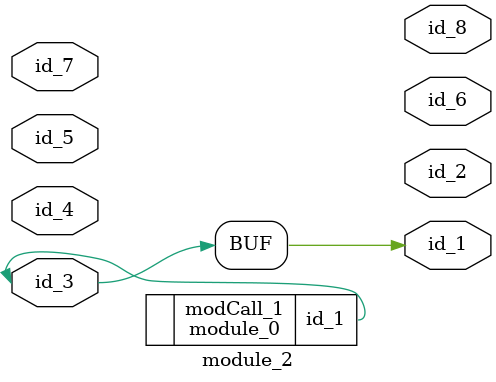
<source format=v>
module module_0 (
    id_1
);
  output wire id_1;
  wire id_2;
endmodule
module module_1 #(
    parameter id_3 = 32'd11
);
  assign id_1 = id_1;
  assign id_2 = 1;
  defparam id_3 = - -1;
  module_0 modCall_1 (id_1);
endmodule
module module_2 (
    id_1,
    id_2,
    id_3,
    id_4,
    id_5,
    id_6,
    id_7,
    id_8
);
  output wire id_8;
  inout wire id_7;
  output wire id_6;
  input wire id_5;
  input wire id_4;
  inout wire id_3;
  output wire id_2;
  output wire id_1;
  assign id_1 = id_3;
  module_0 modCall_1 (id_3);
endmodule

</source>
